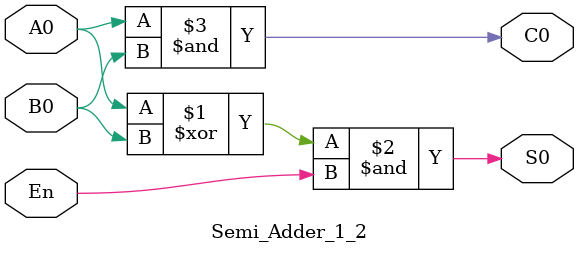
<source format=v>
module Semi_Adder_1_2(input En,A0,B0,output S0,C0);
assign S0=(A0^B0)&En;
assign C0=A0&B0;
endmodule 
</source>
